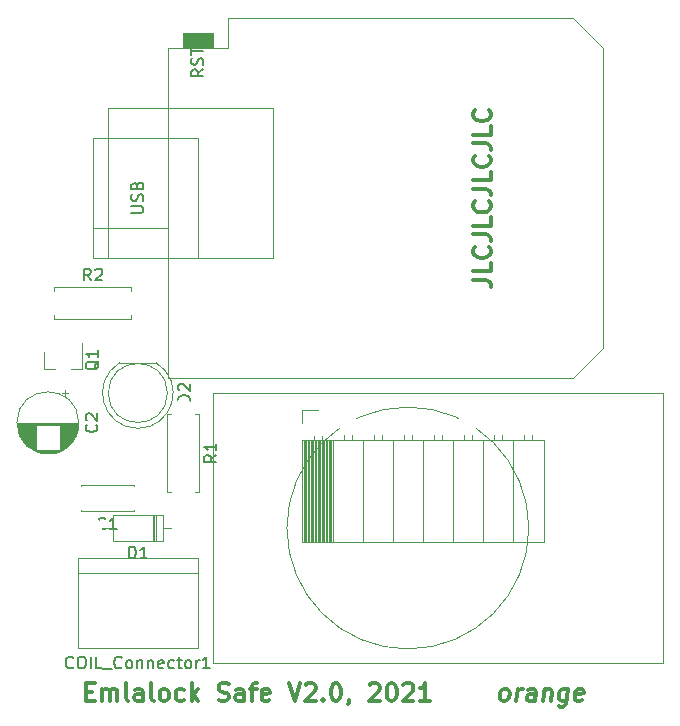
<source format=gto>
G04 #@! TF.GenerationSoftware,KiCad,Pcbnew,(5.1.12)-1*
G04 #@! TF.CreationDate,2021-12-10T17:41:23+01:00*
G04 #@! TF.ProjectId,EmlaLockSafe_Controller_BoardV2,456d6c61-4c6f-4636-9b53-6166655f436f,rev?*
G04 #@! TF.SameCoordinates,Original*
G04 #@! TF.FileFunction,Legend,Top*
G04 #@! TF.FilePolarity,Positive*
%FSLAX46Y46*%
G04 Gerber Fmt 4.6, Leading zero omitted, Abs format (unit mm)*
G04 Created by KiCad (PCBNEW (5.1.12)-1) date 2021-12-10 17:41:23*
%MOMM*%
%LPD*%
G01*
G04 APERTURE LIST*
%ADD10C,0.300000*%
%ADD11C,0.120000*%
%ADD12C,0.100000*%
%ADD13C,0.150000*%
%ADD14C,1.800000*%
%ADD15C,2.700000*%
%ADD16C,1.400000*%
%ADD17O,2.000000X1.200000*%
%ADD18O,1.600000X1.600000*%
%ADD19C,1.600000*%
%ADD20O,1.700000X1.700000*%
%ADD21R,1.700000X1.700000*%
%ADD22R,1.800000X1.800000*%
%ADD23R,1.600000X1.600000*%
%ADD24C,3.000000*%
%ADD25R,3.000000X3.000000*%
%ADD26R,0.800000X0.900000*%
G04 APERTURE END LIST*
D10*
X53788571Y-36138571D02*
X54860000Y-36138571D01*
X55074285Y-36210000D01*
X55217142Y-36352857D01*
X55288571Y-36567142D01*
X55288571Y-36710000D01*
X55288571Y-34710000D02*
X55288571Y-35424285D01*
X53788571Y-35424285D01*
X55145714Y-33352857D02*
X55217142Y-33424285D01*
X55288571Y-33638571D01*
X55288571Y-33781428D01*
X55217142Y-33995714D01*
X55074285Y-34138571D01*
X54931428Y-34210000D01*
X54645714Y-34281428D01*
X54431428Y-34281428D01*
X54145714Y-34210000D01*
X54002857Y-34138571D01*
X53860000Y-33995714D01*
X53788571Y-33781428D01*
X53788571Y-33638571D01*
X53860000Y-33424285D01*
X53931428Y-33352857D01*
X53788571Y-32281428D02*
X54860000Y-32281428D01*
X55074285Y-32352857D01*
X55217142Y-32495714D01*
X55288571Y-32710000D01*
X55288571Y-32852857D01*
X55288571Y-30852857D02*
X55288571Y-31567142D01*
X53788571Y-31567142D01*
X55145714Y-29495714D02*
X55217142Y-29567142D01*
X55288571Y-29781428D01*
X55288571Y-29924285D01*
X55217142Y-30138571D01*
X55074285Y-30281428D01*
X54931428Y-30352857D01*
X54645714Y-30424285D01*
X54431428Y-30424285D01*
X54145714Y-30352857D01*
X54002857Y-30281428D01*
X53860000Y-30138571D01*
X53788571Y-29924285D01*
X53788571Y-29781428D01*
X53860000Y-29567142D01*
X53931428Y-29495714D01*
X53788571Y-28424285D02*
X54860000Y-28424285D01*
X55074285Y-28495714D01*
X55217142Y-28638571D01*
X55288571Y-28852857D01*
X55288571Y-28995714D01*
X55288571Y-26995714D02*
X55288571Y-27710000D01*
X53788571Y-27710000D01*
X55145714Y-25638571D02*
X55217142Y-25710000D01*
X55288571Y-25924285D01*
X55288571Y-26067142D01*
X55217142Y-26281428D01*
X55074285Y-26424285D01*
X54931428Y-26495714D01*
X54645714Y-26567142D01*
X54431428Y-26567142D01*
X54145714Y-26495714D01*
X54002857Y-26424285D01*
X53860000Y-26281428D01*
X53788571Y-26067142D01*
X53788571Y-25924285D01*
X53860000Y-25710000D01*
X53931428Y-25638571D01*
X53788571Y-24567142D02*
X54860000Y-24567142D01*
X55074285Y-24638571D01*
X55217142Y-24781428D01*
X55288571Y-24995714D01*
X55288571Y-25138571D01*
X55288571Y-23138571D02*
X55288571Y-23852857D01*
X53788571Y-23852857D01*
X55145714Y-21781428D02*
X55217142Y-21852857D01*
X55288571Y-22067142D01*
X55288571Y-22210000D01*
X55217142Y-22424285D01*
X55074285Y-22567142D01*
X54931428Y-22638571D01*
X54645714Y-22710000D01*
X54431428Y-22710000D01*
X54145714Y-22638571D01*
X54002857Y-22567142D01*
X53860000Y-22424285D01*
X53788571Y-22210000D01*
X53788571Y-22067142D01*
X53860000Y-21852857D01*
X53931428Y-21781428D01*
X56283928Y-71798571D02*
X56150000Y-71727142D01*
X56087500Y-71655714D01*
X56033928Y-71512857D01*
X56087500Y-71084285D01*
X56176785Y-70941428D01*
X56257142Y-70870000D01*
X56408928Y-70798571D01*
X56623214Y-70798571D01*
X56757142Y-70870000D01*
X56819642Y-70941428D01*
X56873214Y-71084285D01*
X56819642Y-71512857D01*
X56730357Y-71655714D01*
X56650000Y-71727142D01*
X56498214Y-71798571D01*
X56283928Y-71798571D01*
X57426785Y-71798571D02*
X57551785Y-70798571D01*
X57516071Y-71084285D02*
X57605357Y-70941428D01*
X57685714Y-70870000D01*
X57837500Y-70798571D01*
X57980357Y-70798571D01*
X58998214Y-71798571D02*
X59096428Y-71012857D01*
X59042857Y-70870000D01*
X58908928Y-70798571D01*
X58623214Y-70798571D01*
X58471428Y-70870000D01*
X59007142Y-71727142D02*
X58855357Y-71798571D01*
X58498214Y-71798571D01*
X58364285Y-71727142D01*
X58310714Y-71584285D01*
X58328571Y-71441428D01*
X58417857Y-71298571D01*
X58569642Y-71227142D01*
X58926785Y-71227142D01*
X59078571Y-71155714D01*
X59837500Y-70798571D02*
X59712500Y-71798571D01*
X59819642Y-70941428D02*
X59900000Y-70870000D01*
X60051785Y-70798571D01*
X60266071Y-70798571D01*
X60400000Y-70870000D01*
X60453571Y-71012857D01*
X60355357Y-71798571D01*
X61837500Y-70798571D02*
X61685714Y-72012857D01*
X61596428Y-72155714D01*
X61516071Y-72227142D01*
X61364285Y-72298571D01*
X61150000Y-72298571D01*
X61016071Y-72227142D01*
X61721428Y-71727142D02*
X61569642Y-71798571D01*
X61283928Y-71798571D01*
X61150000Y-71727142D01*
X61087500Y-71655714D01*
X61033928Y-71512857D01*
X61087500Y-71084285D01*
X61176785Y-70941428D01*
X61257142Y-70870000D01*
X61408928Y-70798571D01*
X61694642Y-70798571D01*
X61828571Y-70870000D01*
X63007142Y-71727142D02*
X62855357Y-71798571D01*
X62569642Y-71798571D01*
X62435714Y-71727142D01*
X62382142Y-71584285D01*
X62453571Y-71012857D01*
X62542857Y-70870000D01*
X62694642Y-70798571D01*
X62980357Y-70798571D01*
X63114285Y-70870000D01*
X63167857Y-71012857D01*
X63150000Y-71155714D01*
X62417857Y-71298571D01*
X21024285Y-71012857D02*
X21524285Y-71012857D01*
X21738571Y-71798571D02*
X21024285Y-71798571D01*
X21024285Y-70298571D01*
X21738571Y-70298571D01*
X22381428Y-71798571D02*
X22381428Y-70798571D01*
X22381428Y-70941428D02*
X22452857Y-70870000D01*
X22595714Y-70798571D01*
X22810000Y-70798571D01*
X22952857Y-70870000D01*
X23024285Y-71012857D01*
X23024285Y-71798571D01*
X23024285Y-71012857D02*
X23095714Y-70870000D01*
X23238571Y-70798571D01*
X23452857Y-70798571D01*
X23595714Y-70870000D01*
X23667142Y-71012857D01*
X23667142Y-71798571D01*
X24595714Y-71798571D02*
X24452857Y-71727142D01*
X24381428Y-71584285D01*
X24381428Y-70298571D01*
X25810000Y-71798571D02*
X25810000Y-71012857D01*
X25738571Y-70870000D01*
X25595714Y-70798571D01*
X25310000Y-70798571D01*
X25167142Y-70870000D01*
X25810000Y-71727142D02*
X25667142Y-71798571D01*
X25310000Y-71798571D01*
X25167142Y-71727142D01*
X25095714Y-71584285D01*
X25095714Y-71441428D01*
X25167142Y-71298571D01*
X25310000Y-71227142D01*
X25667142Y-71227142D01*
X25810000Y-71155714D01*
X26738571Y-71798571D02*
X26595714Y-71727142D01*
X26524285Y-71584285D01*
X26524285Y-70298571D01*
X27524285Y-71798571D02*
X27381428Y-71727142D01*
X27310000Y-71655714D01*
X27238571Y-71512857D01*
X27238571Y-71084285D01*
X27310000Y-70941428D01*
X27381428Y-70870000D01*
X27524285Y-70798571D01*
X27738571Y-70798571D01*
X27881428Y-70870000D01*
X27952857Y-70941428D01*
X28024285Y-71084285D01*
X28024285Y-71512857D01*
X27952857Y-71655714D01*
X27881428Y-71727142D01*
X27738571Y-71798571D01*
X27524285Y-71798571D01*
X29310000Y-71727142D02*
X29167142Y-71798571D01*
X28881428Y-71798571D01*
X28738571Y-71727142D01*
X28667142Y-71655714D01*
X28595714Y-71512857D01*
X28595714Y-71084285D01*
X28667142Y-70941428D01*
X28738571Y-70870000D01*
X28881428Y-70798571D01*
X29167142Y-70798571D01*
X29310000Y-70870000D01*
X29952857Y-71798571D02*
X29952857Y-70298571D01*
X30095714Y-71227142D02*
X30524285Y-71798571D01*
X30524285Y-70798571D02*
X29952857Y-71370000D01*
X32238571Y-71727142D02*
X32452857Y-71798571D01*
X32810000Y-71798571D01*
X32952857Y-71727142D01*
X33024285Y-71655714D01*
X33095714Y-71512857D01*
X33095714Y-71370000D01*
X33024285Y-71227142D01*
X32952857Y-71155714D01*
X32810000Y-71084285D01*
X32524285Y-71012857D01*
X32381428Y-70941428D01*
X32310000Y-70870000D01*
X32238571Y-70727142D01*
X32238571Y-70584285D01*
X32310000Y-70441428D01*
X32381428Y-70370000D01*
X32524285Y-70298571D01*
X32881428Y-70298571D01*
X33095714Y-70370000D01*
X34381428Y-71798571D02*
X34381428Y-71012857D01*
X34310000Y-70870000D01*
X34167142Y-70798571D01*
X33881428Y-70798571D01*
X33738571Y-70870000D01*
X34381428Y-71727142D02*
X34238571Y-71798571D01*
X33881428Y-71798571D01*
X33738571Y-71727142D01*
X33667142Y-71584285D01*
X33667142Y-71441428D01*
X33738571Y-71298571D01*
X33881428Y-71227142D01*
X34238571Y-71227142D01*
X34381428Y-71155714D01*
X34881428Y-70798571D02*
X35452857Y-70798571D01*
X35095714Y-71798571D02*
X35095714Y-70512857D01*
X35167142Y-70370000D01*
X35310000Y-70298571D01*
X35452857Y-70298571D01*
X36524285Y-71727142D02*
X36381428Y-71798571D01*
X36095714Y-71798571D01*
X35952857Y-71727142D01*
X35881428Y-71584285D01*
X35881428Y-71012857D01*
X35952857Y-70870000D01*
X36095714Y-70798571D01*
X36381428Y-70798571D01*
X36524285Y-70870000D01*
X36595714Y-71012857D01*
X36595714Y-71155714D01*
X35881428Y-71298571D01*
X38167142Y-70298571D02*
X38667142Y-71798571D01*
X39167142Y-70298571D01*
X39595714Y-70441428D02*
X39667142Y-70370000D01*
X39810000Y-70298571D01*
X40167142Y-70298571D01*
X40310000Y-70370000D01*
X40381428Y-70441428D01*
X40452857Y-70584285D01*
X40452857Y-70727142D01*
X40381428Y-70941428D01*
X39524285Y-71798571D01*
X40452857Y-71798571D01*
X41095714Y-71655714D02*
X41167142Y-71727142D01*
X41095714Y-71798571D01*
X41024285Y-71727142D01*
X41095714Y-71655714D01*
X41095714Y-71798571D01*
X42095714Y-70298571D02*
X42238571Y-70298571D01*
X42381428Y-70370000D01*
X42452857Y-70441428D01*
X42524285Y-70584285D01*
X42595714Y-70870000D01*
X42595714Y-71227142D01*
X42524285Y-71512857D01*
X42452857Y-71655714D01*
X42381428Y-71727142D01*
X42238571Y-71798571D01*
X42095714Y-71798571D01*
X41952857Y-71727142D01*
X41881428Y-71655714D01*
X41810000Y-71512857D01*
X41738571Y-71227142D01*
X41738571Y-70870000D01*
X41810000Y-70584285D01*
X41881428Y-70441428D01*
X41952857Y-70370000D01*
X42095714Y-70298571D01*
X43310000Y-71727142D02*
X43310000Y-71798571D01*
X43238571Y-71941428D01*
X43167142Y-72012857D01*
X45024285Y-70441428D02*
X45095714Y-70370000D01*
X45238571Y-70298571D01*
X45595714Y-70298571D01*
X45738571Y-70370000D01*
X45810000Y-70441428D01*
X45881428Y-70584285D01*
X45881428Y-70727142D01*
X45810000Y-70941428D01*
X44952857Y-71798571D01*
X45881428Y-71798571D01*
X46810000Y-70298571D02*
X46952857Y-70298571D01*
X47095714Y-70370000D01*
X47167142Y-70441428D01*
X47238571Y-70584285D01*
X47310000Y-70870000D01*
X47310000Y-71227142D01*
X47238571Y-71512857D01*
X47167142Y-71655714D01*
X47095714Y-71727142D01*
X46952857Y-71798571D01*
X46810000Y-71798571D01*
X46667142Y-71727142D01*
X46595714Y-71655714D01*
X46524285Y-71512857D01*
X46452857Y-71227142D01*
X46452857Y-70870000D01*
X46524285Y-70584285D01*
X46595714Y-70441428D01*
X46667142Y-70370000D01*
X46810000Y-70298571D01*
X47881428Y-70441428D02*
X47952857Y-70370000D01*
X48095714Y-70298571D01*
X48452857Y-70298571D01*
X48595714Y-70370000D01*
X48667142Y-70441428D01*
X48738571Y-70584285D01*
X48738571Y-70727142D01*
X48667142Y-70941428D01*
X47810000Y-71798571D01*
X48738571Y-71798571D01*
X50167142Y-71798571D02*
X49310000Y-71798571D01*
X49738571Y-71798571D02*
X49738571Y-70298571D01*
X49595714Y-70512857D01*
X49452857Y-70655714D01*
X49310000Y-70727142D01*
D11*
X36830000Y-21590000D02*
X22860000Y-21590000D01*
X22860000Y-21590000D02*
X22860000Y-34290000D01*
X22860000Y-34290000D02*
X36830000Y-34290000D01*
X36830000Y-34290000D02*
X36830000Y-21590000D01*
X21590000Y-24130000D02*
X21590000Y-31750000D01*
X21590000Y-31750000D02*
X27940000Y-31750000D01*
X27940000Y-31750000D02*
X27940000Y-24130000D01*
X27940000Y-24130000D02*
X21590000Y-24130000D01*
X30480000Y-34290000D02*
X27940000Y-34290000D01*
X30480000Y-24130000D02*
X30480000Y-34290000D01*
X27940000Y-24130000D02*
X30480000Y-24130000D01*
X21590000Y-34290000D02*
X27940000Y-34290000D01*
X21590000Y-24130000D02*
X21590000Y-34290000D01*
X27940000Y-24130000D02*
X21590000Y-24130000D01*
X27940000Y-16510000D02*
X27940000Y-44450000D01*
D12*
G36*
X29210000Y-15240000D02*
G01*
X31750000Y-15240000D01*
X31750000Y-16510000D01*
X29210000Y-16510000D01*
X29210000Y-15240000D01*
G37*
X29210000Y-15240000D02*
X31750000Y-15240000D01*
X31750000Y-16510000D01*
X29210000Y-16510000D01*
X29210000Y-15240000D01*
D11*
X33020000Y-13970000D02*
X33020000Y-16510000D01*
X62230000Y-13970000D02*
X33020000Y-13970000D01*
X62230000Y-44450000D02*
X27940000Y-44450000D01*
X64770000Y-16510000D02*
X64770000Y-17780000D01*
X64770000Y-16510000D02*
X62230000Y-13970000D01*
X64770000Y-41910000D02*
X62230000Y-44450000D01*
X64770000Y-41910000D02*
X64770000Y-17780000D01*
X33020000Y-16510000D02*
X27940000Y-16510000D01*
X69850000Y-45720000D02*
X31750000Y-45720000D01*
X31750000Y-45720000D02*
X31750000Y-68580000D01*
X31750000Y-68580000D02*
X69850000Y-68580000D01*
X69850000Y-68580000D02*
X69850000Y-45720000D01*
X58499067Y-57150000D02*
G75*
G03*
X58499067Y-57150000I-10239067J0D01*
G01*
X30250000Y-47530000D02*
X30580000Y-47530000D01*
X30580000Y-47530000D02*
X30580000Y-54070000D01*
X30580000Y-54070000D02*
X30250000Y-54070000D01*
X28170000Y-47530000D02*
X27840000Y-47530000D01*
X27840000Y-47530000D02*
X27840000Y-54070000D01*
X27840000Y-54070000D02*
X28170000Y-54070000D01*
X39430000Y-58350000D02*
X39430000Y-49720000D01*
X39548095Y-58350000D02*
X39548095Y-49720000D01*
X39666190Y-58350000D02*
X39666190Y-49720000D01*
X39784285Y-58350000D02*
X39784285Y-49720000D01*
X39902380Y-58350000D02*
X39902380Y-49720000D01*
X40020475Y-58350000D02*
X40020475Y-49720000D01*
X40138570Y-58350000D02*
X40138570Y-49720000D01*
X40256665Y-58350000D02*
X40256665Y-49720000D01*
X40374760Y-58350000D02*
X40374760Y-49720000D01*
X40492855Y-58350000D02*
X40492855Y-49720000D01*
X40610950Y-58350000D02*
X40610950Y-49720000D01*
X40729045Y-58350000D02*
X40729045Y-49720000D01*
X40847140Y-58350000D02*
X40847140Y-49720000D01*
X40965235Y-58350000D02*
X40965235Y-49720000D01*
X41083330Y-58350000D02*
X41083330Y-49720000D01*
X41201425Y-58350000D02*
X41201425Y-49720000D01*
X41319520Y-58350000D02*
X41319520Y-49720000D01*
X41437615Y-58350000D02*
X41437615Y-49720000D01*
X41555710Y-58350000D02*
X41555710Y-49720000D01*
X41673805Y-58350000D02*
X41673805Y-49720000D01*
X41791900Y-58350000D02*
X41791900Y-49720000D01*
X40280000Y-49720000D02*
X40280000Y-49370000D01*
X41000000Y-49720000D02*
X41000000Y-49370000D01*
X42820000Y-49720000D02*
X42820000Y-49310000D01*
X43540000Y-49720000D02*
X43540000Y-49310000D01*
X45360000Y-49720000D02*
X45360000Y-49310000D01*
X46080000Y-49720000D02*
X46080000Y-49310000D01*
X47900000Y-49720000D02*
X47900000Y-49310000D01*
X48620000Y-49720000D02*
X48620000Y-49310000D01*
X50440000Y-49720000D02*
X50440000Y-49310000D01*
X51160000Y-49720000D02*
X51160000Y-49310000D01*
X52980000Y-49720000D02*
X52980000Y-49310000D01*
X53700000Y-49720000D02*
X53700000Y-49310000D01*
X55520000Y-49720000D02*
X55520000Y-49310000D01*
X56240000Y-49720000D02*
X56240000Y-49310000D01*
X58060000Y-49720000D02*
X58060000Y-49310000D01*
X58780000Y-49720000D02*
X58780000Y-49310000D01*
X41910000Y-58350000D02*
X41910000Y-49720000D01*
X44450000Y-58350000D02*
X44450000Y-49720000D01*
X46990000Y-58350000D02*
X46990000Y-49720000D01*
X49530000Y-58350000D02*
X49530000Y-49720000D01*
X52070000Y-58350000D02*
X52070000Y-49720000D01*
X54610000Y-58350000D02*
X54610000Y-49720000D01*
X57150000Y-58350000D02*
X57150000Y-49720000D01*
X39310000Y-58350000D02*
X39310000Y-49720000D01*
X39310000Y-49720000D02*
X59750000Y-49720000D01*
X59750000Y-58350000D02*
X59750000Y-49720000D01*
X39310000Y-58350000D02*
X59750000Y-58350000D01*
X39310000Y-47150000D02*
X40640000Y-47150000D01*
X39310000Y-48260000D02*
X39310000Y-47150000D01*
X27900000Y-45720000D02*
G75*
G03*
X27900000Y-45720000I-2500000J0D01*
G01*
X26945000Y-43160000D02*
X23855000Y-43160000D01*
X25400462Y-48710000D02*
G75*
G02*
X23855170Y-43160000I-462J2990000D01*
G01*
X25399538Y-48710000D02*
G75*
G03*
X26944830Y-43160000I462J2990000D01*
G01*
X27520000Y-58270000D02*
X27520000Y-56030000D01*
X27520000Y-56030000D02*
X23280000Y-56030000D01*
X23280000Y-56030000D02*
X23280000Y-58270000D01*
X23280000Y-58270000D02*
X27520000Y-58270000D01*
X28170000Y-57150000D02*
X27520000Y-57150000D01*
X22630000Y-57150000D02*
X23280000Y-57150000D01*
X26800000Y-58270000D02*
X26800000Y-56030000D01*
X26680000Y-58270000D02*
X26680000Y-56030000D01*
X26920000Y-58270000D02*
X26920000Y-56030000D01*
X20320000Y-60960000D02*
X30480000Y-60960000D01*
X20320000Y-59690000D02*
X20320000Y-67310000D01*
X20320000Y-67310000D02*
X30480000Y-67310000D01*
X30480000Y-67310000D02*
X30480000Y-59690000D01*
X30480000Y-59690000D02*
X20320000Y-59690000D01*
X18320000Y-37060000D02*
X18320000Y-36730000D01*
X18320000Y-36730000D02*
X24860000Y-36730000D01*
X24860000Y-36730000D02*
X24860000Y-37060000D01*
X18320000Y-39140000D02*
X18320000Y-39470000D01*
X18320000Y-39470000D02*
X24860000Y-39470000D01*
X24860000Y-39470000D02*
X24860000Y-39140000D01*
X17470000Y-43670000D02*
X18400000Y-43670000D01*
X20630000Y-43670000D02*
X19700000Y-43670000D01*
X20630000Y-43670000D02*
X20630000Y-41510000D01*
X17470000Y-43670000D02*
X17470000Y-42210000D01*
X20400000Y-48240000D02*
G75*
G03*
X20400000Y-48240000I-2620000J0D01*
G01*
X20360000Y-48240000D02*
X15200000Y-48240000D01*
X20360000Y-48280000D02*
X15200000Y-48280000D01*
X20359000Y-48320000D02*
X15201000Y-48320000D01*
X20358000Y-48360000D02*
X15202000Y-48360000D01*
X20356000Y-48400000D02*
X15204000Y-48400000D01*
X20353000Y-48440000D02*
X15207000Y-48440000D01*
X20349000Y-48480000D02*
X18820000Y-48480000D01*
X16740000Y-48480000D02*
X15211000Y-48480000D01*
X20345000Y-48520000D02*
X18820000Y-48520000D01*
X16740000Y-48520000D02*
X15215000Y-48520000D01*
X20341000Y-48560000D02*
X18820000Y-48560000D01*
X16740000Y-48560000D02*
X15219000Y-48560000D01*
X20336000Y-48600000D02*
X18820000Y-48600000D01*
X16740000Y-48600000D02*
X15224000Y-48600000D01*
X20330000Y-48640000D02*
X18820000Y-48640000D01*
X16740000Y-48640000D02*
X15230000Y-48640000D01*
X20323000Y-48680000D02*
X18820000Y-48680000D01*
X16740000Y-48680000D02*
X15237000Y-48680000D01*
X20316000Y-48720000D02*
X18820000Y-48720000D01*
X16740000Y-48720000D02*
X15244000Y-48720000D01*
X20308000Y-48760000D02*
X18820000Y-48760000D01*
X16740000Y-48760000D02*
X15252000Y-48760000D01*
X20300000Y-48800000D02*
X18820000Y-48800000D01*
X16740000Y-48800000D02*
X15260000Y-48800000D01*
X20291000Y-48840000D02*
X18820000Y-48840000D01*
X16740000Y-48840000D02*
X15269000Y-48840000D01*
X20281000Y-48880000D02*
X18820000Y-48880000D01*
X16740000Y-48880000D02*
X15279000Y-48880000D01*
X20271000Y-48920000D02*
X18820000Y-48920000D01*
X16740000Y-48920000D02*
X15289000Y-48920000D01*
X20260000Y-48961000D02*
X18820000Y-48961000D01*
X16740000Y-48961000D02*
X15300000Y-48961000D01*
X20248000Y-49001000D02*
X18820000Y-49001000D01*
X16740000Y-49001000D02*
X15312000Y-49001000D01*
X20235000Y-49041000D02*
X18820000Y-49041000D01*
X16740000Y-49041000D02*
X15325000Y-49041000D01*
X20222000Y-49081000D02*
X18820000Y-49081000D01*
X16740000Y-49081000D02*
X15338000Y-49081000D01*
X20208000Y-49121000D02*
X18820000Y-49121000D01*
X16740000Y-49121000D02*
X15352000Y-49121000D01*
X20194000Y-49161000D02*
X18820000Y-49161000D01*
X16740000Y-49161000D02*
X15366000Y-49161000D01*
X20178000Y-49201000D02*
X18820000Y-49201000D01*
X16740000Y-49201000D02*
X15382000Y-49201000D01*
X20162000Y-49241000D02*
X18820000Y-49241000D01*
X16740000Y-49241000D02*
X15398000Y-49241000D01*
X20145000Y-49281000D02*
X18820000Y-49281000D01*
X16740000Y-49281000D02*
X15415000Y-49281000D01*
X20128000Y-49321000D02*
X18820000Y-49321000D01*
X16740000Y-49321000D02*
X15432000Y-49321000D01*
X20109000Y-49361000D02*
X18820000Y-49361000D01*
X16740000Y-49361000D02*
X15451000Y-49361000D01*
X20090000Y-49401000D02*
X18820000Y-49401000D01*
X16740000Y-49401000D02*
X15470000Y-49401000D01*
X20070000Y-49441000D02*
X18820000Y-49441000D01*
X16740000Y-49441000D02*
X15490000Y-49441000D01*
X20048000Y-49481000D02*
X18820000Y-49481000D01*
X16740000Y-49481000D02*
X15512000Y-49481000D01*
X20027000Y-49521000D02*
X18820000Y-49521000D01*
X16740000Y-49521000D02*
X15533000Y-49521000D01*
X20004000Y-49561000D02*
X18820000Y-49561000D01*
X16740000Y-49561000D02*
X15556000Y-49561000D01*
X19980000Y-49601000D02*
X18820000Y-49601000D01*
X16740000Y-49601000D02*
X15580000Y-49601000D01*
X19955000Y-49641000D02*
X18820000Y-49641000D01*
X16740000Y-49641000D02*
X15605000Y-49641000D01*
X19929000Y-49681000D02*
X18820000Y-49681000D01*
X16740000Y-49681000D02*
X15631000Y-49681000D01*
X19902000Y-49721000D02*
X18820000Y-49721000D01*
X16740000Y-49721000D02*
X15658000Y-49721000D01*
X19875000Y-49761000D02*
X18820000Y-49761000D01*
X16740000Y-49761000D02*
X15685000Y-49761000D01*
X19845000Y-49801000D02*
X18820000Y-49801000D01*
X16740000Y-49801000D02*
X15715000Y-49801000D01*
X19815000Y-49841000D02*
X18820000Y-49841000D01*
X16740000Y-49841000D02*
X15745000Y-49841000D01*
X19784000Y-49881000D02*
X18820000Y-49881000D01*
X16740000Y-49881000D02*
X15776000Y-49881000D01*
X19751000Y-49921000D02*
X18820000Y-49921000D01*
X16740000Y-49921000D02*
X15809000Y-49921000D01*
X19717000Y-49961000D02*
X18820000Y-49961000D01*
X16740000Y-49961000D02*
X15843000Y-49961000D01*
X19681000Y-50001000D02*
X18820000Y-50001000D01*
X16740000Y-50001000D02*
X15879000Y-50001000D01*
X19644000Y-50041000D02*
X18820000Y-50041000D01*
X16740000Y-50041000D02*
X15916000Y-50041000D01*
X19606000Y-50081000D02*
X18820000Y-50081000D01*
X16740000Y-50081000D02*
X15954000Y-50081000D01*
X19565000Y-50121000D02*
X18820000Y-50121000D01*
X16740000Y-50121000D02*
X15995000Y-50121000D01*
X19523000Y-50161000D02*
X18820000Y-50161000D01*
X16740000Y-50161000D02*
X16037000Y-50161000D01*
X19479000Y-50201000D02*
X18820000Y-50201000D01*
X16740000Y-50201000D02*
X16081000Y-50201000D01*
X19433000Y-50241000D02*
X18820000Y-50241000D01*
X16740000Y-50241000D02*
X16127000Y-50241000D01*
X19385000Y-50281000D02*
X18820000Y-50281000D01*
X16740000Y-50281000D02*
X16175000Y-50281000D01*
X19334000Y-50321000D02*
X18820000Y-50321000D01*
X16740000Y-50321000D02*
X16226000Y-50321000D01*
X19280000Y-50361000D02*
X18820000Y-50361000D01*
X16740000Y-50361000D02*
X16280000Y-50361000D01*
X19223000Y-50401000D02*
X18820000Y-50401000D01*
X16740000Y-50401000D02*
X16337000Y-50401000D01*
X19163000Y-50441000D02*
X18820000Y-50441000D01*
X16740000Y-50441000D02*
X16397000Y-50441000D01*
X19099000Y-50481000D02*
X18820000Y-50481000D01*
X16740000Y-50481000D02*
X16461000Y-50481000D01*
X19031000Y-50521000D02*
X18820000Y-50521000D01*
X16740000Y-50521000D02*
X16529000Y-50521000D01*
X18958000Y-50561000D02*
X16602000Y-50561000D01*
X18878000Y-50601000D02*
X16682000Y-50601000D01*
X18791000Y-50641000D02*
X16769000Y-50641000D01*
X18695000Y-50681000D02*
X16865000Y-50681000D01*
X18585000Y-50721000D02*
X16975000Y-50721000D01*
X18457000Y-50761000D02*
X17103000Y-50761000D01*
X18298000Y-50801000D02*
X17262000Y-50801000D01*
X18064000Y-50841000D02*
X17496000Y-50841000D01*
X19255000Y-45435225D02*
X19255000Y-45935225D01*
X19505000Y-45685225D02*
X19005000Y-45685225D01*
X25090000Y-55680000D02*
X20550000Y-55680000D01*
X25090000Y-53540000D02*
X20550000Y-53540000D01*
X25090000Y-55680000D02*
X25090000Y-55665000D01*
X25090000Y-53555000D02*
X25090000Y-53540000D01*
X20550000Y-55680000D02*
X20550000Y-55665000D01*
X20550000Y-53555000D02*
X20550000Y-53540000D01*
D13*
X24638095Y-43902380D02*
X24638095Y-44711904D01*
X24685714Y-44807142D01*
X24733333Y-44854761D01*
X24828571Y-44902380D01*
X25019047Y-44902380D01*
X25114285Y-44854761D01*
X25161904Y-44807142D01*
X25209523Y-44711904D01*
X25209523Y-43902380D01*
X25638095Y-43997619D02*
X25685714Y-43950000D01*
X25780952Y-43902380D01*
X26019047Y-43902380D01*
X26114285Y-43950000D01*
X26161904Y-43997619D01*
X26209523Y-44092857D01*
X26209523Y-44188095D01*
X26161904Y-44330952D01*
X25590476Y-44902380D01*
X26209523Y-44902380D01*
X30932380Y-18327619D02*
X30456190Y-18660952D01*
X30932380Y-18899047D02*
X29932380Y-18899047D01*
X29932380Y-18518095D01*
X29980000Y-18422857D01*
X30027619Y-18375238D01*
X30122857Y-18327619D01*
X30265714Y-18327619D01*
X30360952Y-18375238D01*
X30408571Y-18422857D01*
X30456190Y-18518095D01*
X30456190Y-18899047D01*
X30884761Y-17946666D02*
X30932380Y-17803809D01*
X30932380Y-17565714D01*
X30884761Y-17470476D01*
X30837142Y-17422857D01*
X30741904Y-17375238D01*
X30646666Y-17375238D01*
X30551428Y-17422857D01*
X30503809Y-17470476D01*
X30456190Y-17565714D01*
X30408571Y-17756190D01*
X30360952Y-17851428D01*
X30313333Y-17899047D01*
X30218095Y-17946666D01*
X30122857Y-17946666D01*
X30027619Y-17899047D01*
X29980000Y-17851428D01*
X29932380Y-17756190D01*
X29932380Y-17518095D01*
X29980000Y-17375238D01*
X29932380Y-17089523D02*
X29932380Y-16518095D01*
X30932380Y-16803809D02*
X29932380Y-16803809D01*
X24852380Y-30471904D02*
X25661904Y-30471904D01*
X25757142Y-30424285D01*
X25804761Y-30376666D01*
X25852380Y-30281428D01*
X25852380Y-30090952D01*
X25804761Y-29995714D01*
X25757142Y-29948095D01*
X25661904Y-29900476D01*
X24852380Y-29900476D01*
X25804761Y-29471904D02*
X25852380Y-29329047D01*
X25852380Y-29090952D01*
X25804761Y-28995714D01*
X25757142Y-28948095D01*
X25661904Y-28900476D01*
X25566666Y-28900476D01*
X25471428Y-28948095D01*
X25423809Y-28995714D01*
X25376190Y-29090952D01*
X25328571Y-29281428D01*
X25280952Y-29376666D01*
X25233333Y-29424285D01*
X25138095Y-29471904D01*
X25042857Y-29471904D01*
X24947619Y-29424285D01*
X24900000Y-29376666D01*
X24852380Y-29281428D01*
X24852380Y-29043333D01*
X24900000Y-28900476D01*
X25328571Y-28138571D02*
X25376190Y-27995714D01*
X25423809Y-27948095D01*
X25519047Y-27900476D01*
X25661904Y-27900476D01*
X25757142Y-27948095D01*
X25804761Y-27995714D01*
X25852380Y-28090952D01*
X25852380Y-28471904D01*
X24852380Y-28471904D01*
X24852380Y-28138571D01*
X24900000Y-28043333D01*
X24947619Y-27995714D01*
X25042857Y-27948095D01*
X25138095Y-27948095D01*
X25233333Y-27995714D01*
X25280952Y-28043333D01*
X25328571Y-28138571D01*
X25328571Y-28471904D01*
X32032380Y-50966666D02*
X31556190Y-51300000D01*
X32032380Y-51538095D02*
X31032380Y-51538095D01*
X31032380Y-51157142D01*
X31080000Y-51061904D01*
X31127619Y-51014285D01*
X31222857Y-50966666D01*
X31365714Y-50966666D01*
X31460952Y-51014285D01*
X31508571Y-51061904D01*
X31556190Y-51157142D01*
X31556190Y-51538095D01*
X32032380Y-50014285D02*
X32032380Y-50585714D01*
X32032380Y-50300000D02*
X31032380Y-50300000D01*
X31175238Y-50395238D01*
X31270476Y-50490476D01*
X31318095Y-50585714D01*
X29812380Y-46458095D02*
X28812380Y-46458095D01*
X28812380Y-46220000D01*
X28860000Y-46077142D01*
X28955238Y-45981904D01*
X29050476Y-45934285D01*
X29240952Y-45886666D01*
X29383809Y-45886666D01*
X29574285Y-45934285D01*
X29669523Y-45981904D01*
X29764761Y-46077142D01*
X29812380Y-46220000D01*
X29812380Y-46458095D01*
X28907619Y-45505714D02*
X28860000Y-45458095D01*
X28812380Y-45362857D01*
X28812380Y-45124761D01*
X28860000Y-45029523D01*
X28907619Y-44981904D01*
X29002857Y-44934285D01*
X29098095Y-44934285D01*
X29240952Y-44981904D01*
X29812380Y-45553333D01*
X29812380Y-44934285D01*
X24661904Y-59722380D02*
X24661904Y-58722380D01*
X24900000Y-58722380D01*
X25042857Y-58770000D01*
X25138095Y-58865238D01*
X25185714Y-58960476D01*
X25233333Y-59150952D01*
X25233333Y-59293809D01*
X25185714Y-59484285D01*
X25138095Y-59579523D01*
X25042857Y-59674761D01*
X24900000Y-59722380D01*
X24661904Y-59722380D01*
X26185714Y-59722380D02*
X25614285Y-59722380D01*
X25900000Y-59722380D02*
X25900000Y-58722380D01*
X25804761Y-58865238D01*
X25709523Y-58960476D01*
X25614285Y-59008095D01*
X19923809Y-68937142D02*
X19876190Y-68984761D01*
X19733333Y-69032380D01*
X19638095Y-69032380D01*
X19495238Y-68984761D01*
X19400000Y-68889523D01*
X19352380Y-68794285D01*
X19304761Y-68603809D01*
X19304761Y-68460952D01*
X19352380Y-68270476D01*
X19400000Y-68175238D01*
X19495238Y-68080000D01*
X19638095Y-68032380D01*
X19733333Y-68032380D01*
X19876190Y-68080000D01*
X19923809Y-68127619D01*
X20542857Y-68032380D02*
X20733333Y-68032380D01*
X20828571Y-68080000D01*
X20923809Y-68175238D01*
X20971428Y-68365714D01*
X20971428Y-68699047D01*
X20923809Y-68889523D01*
X20828571Y-68984761D01*
X20733333Y-69032380D01*
X20542857Y-69032380D01*
X20447619Y-68984761D01*
X20352380Y-68889523D01*
X20304761Y-68699047D01*
X20304761Y-68365714D01*
X20352380Y-68175238D01*
X20447619Y-68080000D01*
X20542857Y-68032380D01*
X21400000Y-69032380D02*
X21400000Y-68032380D01*
X22352380Y-69032380D02*
X21876190Y-69032380D01*
X21876190Y-68032380D01*
X22447619Y-69127619D02*
X23209523Y-69127619D01*
X24019047Y-68937142D02*
X23971428Y-68984761D01*
X23828571Y-69032380D01*
X23733333Y-69032380D01*
X23590476Y-68984761D01*
X23495238Y-68889523D01*
X23447619Y-68794285D01*
X23400000Y-68603809D01*
X23400000Y-68460952D01*
X23447619Y-68270476D01*
X23495238Y-68175238D01*
X23590476Y-68080000D01*
X23733333Y-68032380D01*
X23828571Y-68032380D01*
X23971428Y-68080000D01*
X24019047Y-68127619D01*
X24590476Y-69032380D02*
X24495238Y-68984761D01*
X24447619Y-68937142D01*
X24400000Y-68841904D01*
X24400000Y-68556190D01*
X24447619Y-68460952D01*
X24495238Y-68413333D01*
X24590476Y-68365714D01*
X24733333Y-68365714D01*
X24828571Y-68413333D01*
X24876190Y-68460952D01*
X24923809Y-68556190D01*
X24923809Y-68841904D01*
X24876190Y-68937142D01*
X24828571Y-68984761D01*
X24733333Y-69032380D01*
X24590476Y-69032380D01*
X25352380Y-68365714D02*
X25352380Y-69032380D01*
X25352380Y-68460952D02*
X25400000Y-68413333D01*
X25495238Y-68365714D01*
X25638095Y-68365714D01*
X25733333Y-68413333D01*
X25780952Y-68508571D01*
X25780952Y-69032380D01*
X26257142Y-68365714D02*
X26257142Y-69032380D01*
X26257142Y-68460952D02*
X26304761Y-68413333D01*
X26400000Y-68365714D01*
X26542857Y-68365714D01*
X26638095Y-68413333D01*
X26685714Y-68508571D01*
X26685714Y-69032380D01*
X27542857Y-68984761D02*
X27447619Y-69032380D01*
X27257142Y-69032380D01*
X27161904Y-68984761D01*
X27114285Y-68889523D01*
X27114285Y-68508571D01*
X27161904Y-68413333D01*
X27257142Y-68365714D01*
X27447619Y-68365714D01*
X27542857Y-68413333D01*
X27590476Y-68508571D01*
X27590476Y-68603809D01*
X27114285Y-68699047D01*
X28447619Y-68984761D02*
X28352380Y-69032380D01*
X28161904Y-69032380D01*
X28066666Y-68984761D01*
X28019047Y-68937142D01*
X27971428Y-68841904D01*
X27971428Y-68556190D01*
X28019047Y-68460952D01*
X28066666Y-68413333D01*
X28161904Y-68365714D01*
X28352380Y-68365714D01*
X28447619Y-68413333D01*
X28733333Y-68365714D02*
X29114285Y-68365714D01*
X28876190Y-68032380D02*
X28876190Y-68889523D01*
X28923809Y-68984761D01*
X29019047Y-69032380D01*
X29114285Y-69032380D01*
X29590476Y-69032380D02*
X29495238Y-68984761D01*
X29447619Y-68937142D01*
X29399999Y-68841904D01*
X29399999Y-68556190D01*
X29447619Y-68460952D01*
X29495238Y-68413333D01*
X29590476Y-68365714D01*
X29733333Y-68365714D01*
X29828571Y-68413333D01*
X29876190Y-68460952D01*
X29923809Y-68556190D01*
X29923809Y-68841904D01*
X29876190Y-68937142D01*
X29828571Y-68984761D01*
X29733333Y-69032380D01*
X29590476Y-69032380D01*
X30352380Y-69032380D02*
X30352380Y-68365714D01*
X30352380Y-68556190D02*
X30399999Y-68460952D01*
X30447619Y-68413333D01*
X30542857Y-68365714D01*
X30638095Y-68365714D01*
X31495238Y-69032380D02*
X30923809Y-69032380D01*
X31209523Y-69032380D02*
X31209523Y-68032380D01*
X31114285Y-68175238D01*
X31019047Y-68270476D01*
X30923809Y-68318095D01*
X21423333Y-36182380D02*
X21090000Y-35706190D01*
X20851904Y-36182380D02*
X20851904Y-35182380D01*
X21232857Y-35182380D01*
X21328095Y-35230000D01*
X21375714Y-35277619D01*
X21423333Y-35372857D01*
X21423333Y-35515714D01*
X21375714Y-35610952D01*
X21328095Y-35658571D01*
X21232857Y-35706190D01*
X20851904Y-35706190D01*
X21804285Y-35277619D02*
X21851904Y-35230000D01*
X21947142Y-35182380D01*
X22185238Y-35182380D01*
X22280476Y-35230000D01*
X22328095Y-35277619D01*
X22375714Y-35372857D01*
X22375714Y-35468095D01*
X22328095Y-35610952D01*
X21756666Y-36182380D01*
X22375714Y-36182380D01*
X22097619Y-43005238D02*
X22050000Y-43100476D01*
X21954761Y-43195714D01*
X21811904Y-43338571D01*
X21764285Y-43433809D01*
X21764285Y-43529047D01*
X22002380Y-43481428D02*
X21954761Y-43576666D01*
X21859523Y-43671904D01*
X21669047Y-43719523D01*
X21335714Y-43719523D01*
X21145238Y-43671904D01*
X21050000Y-43576666D01*
X21002380Y-43481428D01*
X21002380Y-43290952D01*
X21050000Y-43195714D01*
X21145238Y-43100476D01*
X21335714Y-43052857D01*
X21669047Y-43052857D01*
X21859523Y-43100476D01*
X21954761Y-43195714D01*
X22002380Y-43290952D01*
X22002380Y-43481428D01*
X22002380Y-42100476D02*
X22002380Y-42671904D01*
X22002380Y-42386190D02*
X21002380Y-42386190D01*
X21145238Y-42481428D01*
X21240476Y-42576666D01*
X21288095Y-42671904D01*
X21887142Y-48406666D02*
X21934761Y-48454285D01*
X21982380Y-48597142D01*
X21982380Y-48692380D01*
X21934761Y-48835238D01*
X21839523Y-48930476D01*
X21744285Y-48978095D01*
X21553809Y-49025714D01*
X21410952Y-49025714D01*
X21220476Y-48978095D01*
X21125238Y-48930476D01*
X21030000Y-48835238D01*
X20982380Y-48692380D01*
X20982380Y-48597142D01*
X21030000Y-48454285D01*
X21077619Y-48406666D01*
X21077619Y-48025714D02*
X21030000Y-47978095D01*
X20982380Y-47882857D01*
X20982380Y-47644761D01*
X21030000Y-47549523D01*
X21077619Y-47501904D01*
X21172857Y-47454285D01*
X21268095Y-47454285D01*
X21410952Y-47501904D01*
X21982380Y-48073333D01*
X21982380Y-47454285D01*
X22653333Y-57167142D02*
X22605714Y-57214761D01*
X22462857Y-57262380D01*
X22367619Y-57262380D01*
X22224761Y-57214761D01*
X22129523Y-57119523D01*
X22081904Y-57024285D01*
X22034285Y-56833809D01*
X22034285Y-56690952D01*
X22081904Y-56500476D01*
X22129523Y-56405238D01*
X22224761Y-56310000D01*
X22367619Y-56262380D01*
X22462857Y-56262380D01*
X22605714Y-56310000D01*
X22653333Y-56357619D01*
X23605714Y-57262380D02*
X23034285Y-57262380D01*
X23320000Y-57262380D02*
X23320000Y-56262380D01*
X23224761Y-56405238D01*
X23129523Y-56500476D01*
X23034285Y-56548095D01*
%LPC*%
D14*
X35560000Y-33020000D03*
X35560000Y-30480000D03*
X35560000Y-27940000D03*
X35560000Y-25400000D03*
X35560000Y-22860000D03*
D15*
X67310000Y-16510000D03*
D16*
X57150000Y-17780000D03*
X57150000Y-15240000D03*
X54610000Y-15240000D03*
X54610000Y-17780000D03*
X52070000Y-15240000D03*
X52070000Y-17780000D03*
X49530000Y-15240000D03*
X49530000Y-17780000D03*
X46990000Y-15240000D03*
X46990000Y-17780000D03*
X44450000Y-15240000D03*
X44450000Y-17780000D03*
X41910000Y-15240000D03*
X41910000Y-17780000D03*
X39370000Y-15240000D03*
X39370000Y-17780000D03*
X36830000Y-15240000D03*
X36830000Y-17780000D03*
X34290000Y-15240000D03*
X34290000Y-17780000D03*
X57150000Y-40640000D03*
X57150000Y-43180000D03*
X54610000Y-40640000D03*
X54610000Y-43180000D03*
X52070000Y-40640000D03*
X52070000Y-43180000D03*
X49530000Y-40640000D03*
X49530000Y-43180000D03*
X46990000Y-40640000D03*
X46990000Y-43180000D03*
X44450000Y-40640000D03*
X44450000Y-43180000D03*
X41910000Y-40640000D03*
X41910000Y-43180000D03*
X39370000Y-40640000D03*
X39370000Y-43180000D03*
X36830000Y-40640000D03*
X36830000Y-43180000D03*
X34290000Y-40640000D03*
X34290000Y-43180000D03*
D15*
X67310000Y-71120000D03*
X16510000Y-71120000D03*
X16510000Y-16510000D03*
D17*
X33020000Y-60960000D03*
X33020000Y-58420000D03*
X33020000Y-55880000D03*
X33020000Y-53340000D03*
X68580000Y-63500000D03*
X68580000Y-60960000D03*
X68580000Y-58420000D03*
X68580000Y-55880000D03*
X68580000Y-53340000D03*
X68580000Y-50800000D03*
D18*
X29210000Y-54610000D03*
D19*
X29210000Y-46990000D03*
D20*
X58420000Y-48260000D03*
X55880000Y-48260000D03*
X53340000Y-48260000D03*
X50800000Y-48260000D03*
X48260000Y-48260000D03*
X45720000Y-48260000D03*
X43180000Y-48260000D03*
D21*
X40640000Y-48260000D03*
D14*
X25400000Y-46990000D03*
D22*
X25400000Y-44450000D03*
D18*
X21590000Y-57150000D03*
D23*
X29210000Y-57150000D03*
D24*
X22860000Y-63500000D03*
D25*
X27940000Y-63500000D03*
D18*
X25400000Y-38100000D03*
D19*
X17780000Y-38100000D03*
D26*
X19050000Y-43910000D03*
X18100000Y-41910000D03*
X20000000Y-41910000D03*
D19*
X17780000Y-49490000D03*
D23*
X17780000Y-46990000D03*
D19*
X20320000Y-54610000D03*
X25320000Y-54610000D03*
M02*

</source>
